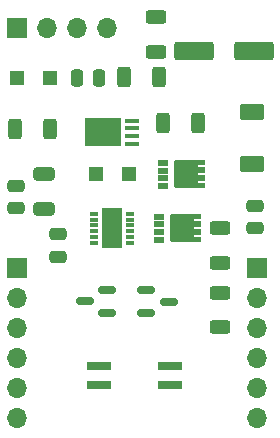
<source format=gbr>
%TF.GenerationSoftware,KiCad,Pcbnew,7.0.9*%
%TF.CreationDate,2024-04-10T11:27:04+02:00*%
%TF.ProjectId,Test_1_PD,54657374-5f31-45f5-9044-2e6b69636164,rev?*%
%TF.SameCoordinates,Original*%
%TF.FileFunction,Soldermask,Top*%
%TF.FilePolarity,Negative*%
%FSLAX46Y46*%
G04 Gerber Fmt 4.6, Leading zero omitted, Abs format (unit mm)*
G04 Created by KiCad (PCBNEW 7.0.9) date 2024-04-10 11:27:04*
%MOMM*%
%LPD*%
G01*
G04 APERTURE LIST*
G04 Aperture macros list*
%AMRoundRect*
0 Rectangle with rounded corners*
0 $1 Rounding radius*
0 $2 $3 $4 $5 $6 $7 $8 $9 X,Y pos of 4 corners*
0 Add a 4 corners polygon primitive as box body*
4,1,4,$2,$3,$4,$5,$6,$7,$8,$9,$2,$3,0*
0 Add four circle primitives for the rounded corners*
1,1,$1+$1,$2,$3*
1,1,$1+$1,$4,$5*
1,1,$1+$1,$6,$7*
1,1,$1+$1,$8,$9*
0 Add four rect primitives between the rounded corners*
20,1,$1+$1,$2,$3,$4,$5,0*
20,1,$1+$1,$4,$5,$6,$7,0*
20,1,$1+$1,$6,$7,$8,$9,0*
20,1,$1+$1,$8,$9,$2,$3,0*%
%AMFreePoly0*
4,1,43,1.580355,1.210355,1.595000,1.175000,1.595000,0.775000,1.580355,0.739645,1.545000,0.725000,0.975000,0.725000,0.975000,0.575000,1.545000,0.575000,1.580355,0.560355,1.595000,0.525000,1.595000,0.125000,1.580355,0.089645,1.545000,0.075000,0.975000,0.075000,0.975000,-0.075000,1.545000,-0.075000,1.580355,-0.089645,1.595000,-0.125000,1.595000,-0.525000,1.580355,-0.560355,
1.545000,-0.575000,0.975000,-0.575000,0.975000,-0.725000,1.545000,-0.725000,1.580355,-0.739645,1.595000,-0.775000,1.595000,-1.175000,1.580355,-1.210355,1.545000,-1.225000,0.925000,-1.225000,0.889645,-1.210355,0.875000,-1.175000,-0.925000,-1.175000,-0.960355,-1.160355,-0.975000,-1.125000,-0.975000,1.125000,-0.960355,1.160355,-0.925000,1.175000,0.875000,1.175000,0.889645,1.210355,
0.925000,1.225000,1.545000,1.225000,1.580355,1.210355,1.580355,1.210355,$1*%
G04 Aperture macros list end*
%ADD10RoundRect,0.150000X0.587500X0.150000X-0.587500X0.150000X-0.587500X-0.150000X0.587500X-0.150000X0*%
%ADD11RoundRect,0.250000X-1.412500X-0.550000X1.412500X-0.550000X1.412500X0.550000X-1.412500X0.550000X0*%
%ADD12R,1.200000X1.200000*%
%ADD13RoundRect,0.250000X0.250000X0.475000X-0.250000X0.475000X-0.250000X-0.475000X0.250000X-0.475000X0*%
%ADD14RoundRect,0.250000X-0.312500X-0.625000X0.312500X-0.625000X0.312500X0.625000X-0.312500X0.625000X0*%
%ADD15RoundRect,0.250000X-0.475000X0.250000X-0.475000X-0.250000X0.475000X-0.250000X0.475000X0.250000X0*%
%ADD16RoundRect,0.050000X-0.415000X-0.200000X0.415000X-0.200000X0.415000X0.200000X-0.415000X0.200000X0*%
%ADD17FreePoly0,0.000000*%
%ADD18R,2.159000X0.660400*%
%ADD19RoundRect,0.250000X0.625000X-0.312500X0.625000X0.312500X-0.625000X0.312500X-0.625000X-0.312500X0*%
%ADD20R,1.219200X0.406400*%
%ADD21R,3.073400X2.489200*%
%ADD22RoundRect,0.150000X-0.587500X-0.150000X0.587500X-0.150000X0.587500X0.150000X-0.587500X0.150000X0*%
%ADD23RoundRect,0.250000X-0.650000X0.325000X-0.650000X-0.325000X0.650000X-0.325000X0.650000X0.325000X0*%
%ADD24RoundRect,0.250000X0.312500X0.625000X-0.312500X0.625000X-0.312500X-0.625000X0.312500X-0.625000X0*%
%ADD25RoundRect,0.250000X-0.800000X0.450000X-0.800000X-0.450000X0.800000X-0.450000X0.800000X0.450000X0*%
%ADD26R,0.800000X0.300000*%
%ADD27R,1.800000X3.400000*%
%ADD28R,1.700000X1.700000*%
%ADD29O,1.700000X1.700000*%
G04 APERTURE END LIST*
D10*
%TO.C,Q2*%
X78775000Y-140975000D03*
X78775000Y-139075000D03*
X76900000Y-140025000D03*
%TD*%
D11*
%TO.C,CBULK1*%
X86125000Y-118800000D03*
X91200000Y-118800000D03*
%TD*%
D12*
%TO.C,D2*%
X71150000Y-121100000D03*
X73950000Y-121100000D03*
%TD*%
D13*
%TO.C,C3*%
X78100000Y-121100000D03*
X76200000Y-121100000D03*
%TD*%
D14*
%TO.C,R1*%
X71012500Y-125450000D03*
X73937500Y-125450000D03*
%TD*%
D15*
%TO.C,CGATE1*%
X91275000Y-131950000D03*
X91275000Y-133850000D03*
%TD*%
D16*
%TO.C,Q4*%
X83180000Y-132849000D03*
X83180000Y-133499000D03*
X83180000Y-134149000D03*
X83180000Y-134799000D03*
D17*
X85120000Y-133824000D03*
%TD*%
D18*
%TO.C,L2*%
X78128200Y-145499900D03*
X78128200Y-147100100D03*
X84071800Y-147100100D03*
X84071800Y-145499900D03*
%TD*%
D19*
%TO.C,RBULK1*%
X82900000Y-118887500D03*
X82900000Y-115962500D03*
%TD*%
D14*
%TO.C,RGATE1*%
X83537500Y-124900000D03*
X86462500Y-124900000D03*
%TD*%
D20*
%TO.C,Q1*%
X80854200Y-126674999D03*
X80854200Y-126025001D03*
X80854200Y-125374999D03*
X80854200Y-124725001D03*
D21*
X78453900Y-125700000D03*
%TD*%
D22*
%TO.C,Q3*%
X82100000Y-139100000D03*
X82100000Y-141000000D03*
X83975000Y-140050000D03*
%TD*%
D23*
%TO.C,C1*%
X73400000Y-129225000D03*
X73400000Y-132175000D03*
%TD*%
D19*
%TO.C,R3*%
X88350000Y-136762500D03*
X88350000Y-133837500D03*
%TD*%
D24*
%TO.C,R2*%
X83162500Y-121050000D03*
X80237500Y-121050000D03*
%TD*%
D19*
%TO.C,R4*%
X88350000Y-142212500D03*
X88350000Y-139287500D03*
%TD*%
D15*
%TO.C,CSTBY1*%
X74600000Y-134350000D03*
X74600000Y-136250000D03*
%TD*%
%TO.C,C2*%
X71050000Y-130250000D03*
X71050000Y-132150000D03*
%TD*%
D25*
%TO.C,D3*%
X91075000Y-123975000D03*
X91075000Y-128375000D03*
%TD*%
D12*
%TO.C,D1*%
X77800000Y-129200000D03*
X80600000Y-129200000D03*
%TD*%
D26*
%TO.C,IC1*%
X77700000Y-132600000D03*
X77700000Y-133100000D03*
X77700000Y-133600000D03*
X77700000Y-134100000D03*
X77700000Y-134600000D03*
X77700000Y-135100000D03*
X80700000Y-135100000D03*
X80700000Y-134600000D03*
X80700000Y-134100000D03*
X80700000Y-133600000D03*
X80700000Y-133100000D03*
X80700000Y-132600000D03*
D27*
X79200000Y-133850000D03*
%TD*%
D16*
%TO.C,Q5*%
X83480000Y-128299000D03*
X83480000Y-128949000D03*
X83480000Y-129599000D03*
X83480000Y-130249000D03*
D17*
X85420000Y-129274000D03*
%TD*%
D28*
%TO.C,J1*%
X71120000Y-116840000D03*
D29*
X73660000Y-116840000D03*
X76200000Y-116840000D03*
X78740000Y-116840000D03*
%TD*%
D28*
%TO.C,J2*%
X71120000Y-137160000D03*
D29*
X71120000Y-139700000D03*
X71120000Y-142240000D03*
X71120000Y-144780000D03*
X71120000Y-147320000D03*
X71120000Y-149860000D03*
%TD*%
D28*
%TO.C,J3*%
X91440000Y-137160000D03*
D29*
X91440000Y-139700000D03*
X91440000Y-142240000D03*
X91440000Y-144780000D03*
X91440000Y-147320000D03*
X91440000Y-149860000D03*
%TD*%
M02*

</source>
